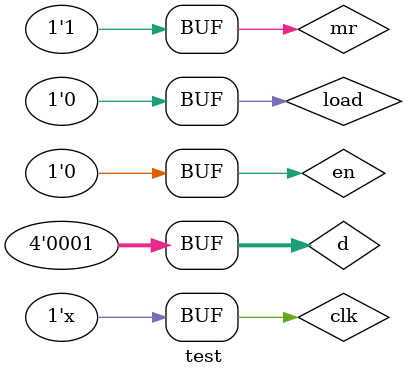
<source format=v>
`timescale 1ns / 1ps


module test;

	// Inputs
	reg mr;
	reg load;
	reg en;
	reg clk;
	reg [3:0] d;

	// Outputs
	wire [3:0] q;
	wire co;

	// Instantiate the Unit Under Test (UUT)
	erjinzhijiafajishuqi uut (
		.mr(mr), 
		.load(load), 
		.en(en), 
		.clk(clk), 
		.d(d), 
		.q(q), 
		.co(co)
	);

	initial begin
		// Initialize Inputs
		mr = 0;
		load = 0;
		en = 0;
		clk = 0;
		d = 0;

		// Wait 100 ns for global reset to finish
		#100;
      mr = 1;
		load = 0;
		en = 0;
		d = 4'b0001;

		// Wait 100 ns for global reset to finish
		#100;
		mr = 1;
		load = 1;
		en = 1;
		d = 4'b0001;

		// Wait 100 ns for global reset to finish
		#100;
		mr = 1;
		load = 1;
		en = 0;
		d = 4'b0000;

		// Wait 100 ns for global reset to finish
		#100;
		mr = 1;
		load = 0;
		en = 0;
		d = 4'b0001;

		// Wait 100 ns for global reset to finish
		#100;
		mr = 1;
		load = 1;
		en = 0;
		d = 4'b0001;

		// Wait 100 ns for global reset to finish
		#100;
		mr = 1;
		load = 1;
		en = 1;
		d = 4'b0001;
		#100;
		mr = 1;
		load = 1;
		en = 1;
		d = 4'b0001;
		#100;
		mr = 1;
		load = 1;
		en = 1;
		d = 4'b0001;
		#100;
		mr = 1;
		load = 1;
		en = 1;
		d = 4'b0001;
		#100;
		mr = 1;
		load = 1;
		en = 1;
		d = 4'b0001;
		#100;
		mr = 1;
		load = 1;
		en = 1;
		d = 4'b0001;
		#100;
		mr = 1;
		load = 1;
		en = 1;
		d = 4'b0001;
		#100;
		mr = 1;
		load = 1;
		en = 1;
		d = 4'b0001;
		#100;
		mr = 1;
		load = 1;
		en = 1;
		d = 4'b0001;

		// Wait 100 ns for global reset to finish
		#100;
		mr = 1;
		load = 0;
		en = 1;
		d = 4'b0001;

		// Wait 100 ns for global reset to finish
		#100;
		mr = 0;
		load = 1;
		en = 0;
		d = 4'b0001;

		// Wait 100 ns for global reset to finish
		#100;
		mr = 1;
		load = 0;
		en = 0;
		d = 4'b0001;

		// Wait 100 ns for global reset to finish
		#100;
		
		// Add stimulus here

	end
      always #20 begin clk = ~clk; end
endmodule


</source>
